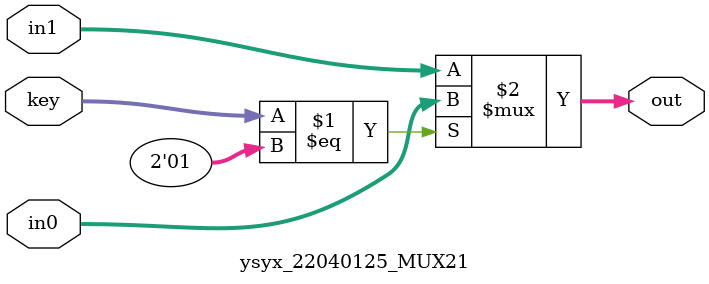
<source format=v>
module ysyx_22040125_MUX21 (
    input  wire[63:0]   in0,
    input  wire[63:0]   in1,
    input  wire[1:0]    key,
    output wire[63:0]   out
);

assign out = (key == 2'b01)? in0: in1;

endmodule //ysyx_22040125_MUX21

</source>
